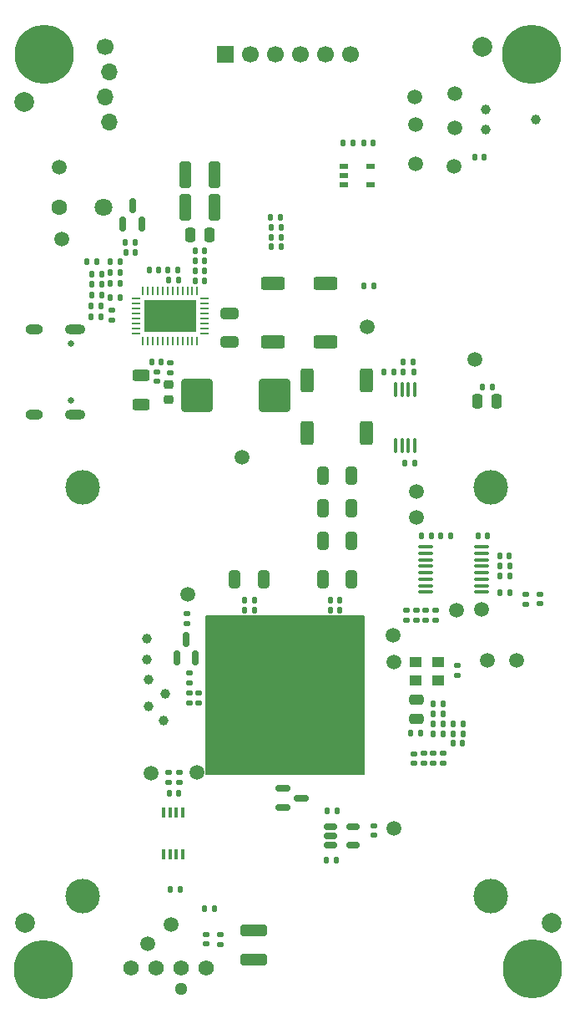
<source format=gbr>
%TF.GenerationSoftware,KiCad,Pcbnew,9.0.2*%
%TF.CreationDate,2025-06-20T12:19:24+03:00*%
%TF.ProjectId,BitshokaNiniV1.1,42697473-686f-46b6-914e-696e6956312e,rev?*%
%TF.SameCoordinates,Original*%
%TF.FileFunction,Soldermask,Top*%
%TF.FilePolarity,Negative*%
%FSLAX46Y46*%
G04 Gerber Fmt 4.6, Leading zero omitted, Abs format (unit mm)*
G04 Created by KiCad (PCBNEW 9.0.2) date 2025-06-20 12:19:24*
%MOMM*%
%LPD*%
G01*
G04 APERTURE LIST*
G04 Aperture macros list*
%AMRoundRect*
0 Rectangle with rounded corners*
0 $1 Rounding radius*
0 $2 $3 $4 $5 $6 $7 $8 $9 X,Y pos of 4 corners*
0 Add a 4 corners polygon primitive as box body*
4,1,4,$2,$3,$4,$5,$6,$7,$8,$9,$2,$3,0*
0 Add four circle primitives for the rounded corners*
1,1,$1+$1,$2,$3*
1,1,$1+$1,$4,$5*
1,1,$1+$1,$6,$7*
1,1,$1+$1,$8,$9*
0 Add four rect primitives between the rounded corners*
20,1,$1+$1,$2,$3,$4,$5,0*
20,1,$1+$1,$4,$5,$6,$7,0*
20,1,$1+$1,$6,$7,$8,$9,0*
20,1,$1+$1,$8,$9,$2,$3,0*%
G04 Aperture macros list end*
%ADD10C,0.150000*%
%ADD11RoundRect,0.250000X-0.325000X-0.650000X0.325000X-0.650000X0.325000X0.650000X-0.325000X0.650000X0*%
%ADD12RoundRect,0.250000X0.325000X0.650000X-0.325000X0.650000X-0.325000X-0.650000X0.325000X-0.650000X0*%
%ADD13RoundRect,0.250000X0.650000X-0.325000X0.650000X0.325000X-0.650000X0.325000X-0.650000X-0.325000X0*%
%ADD14RoundRect,0.195000X-1.005000X0.455000X-1.005000X-0.455000X1.005000X-0.455000X1.005000X0.455000X0*%
%ADD15RoundRect,0.495000X1.155000X1.220000X-1.155000X1.220000X-1.155000X-1.220000X1.155000X-1.220000X0*%
%ADD16C,1.500000*%
%ADD17C,1.000000*%
%ADD18C,2.000000*%
%ADD19C,3.500000*%
%ADD20C,1.800000*%
%ADD21C,1.600000*%
%ADD22C,0.990600*%
%ADD23C,0.650000*%
%ADD24O,2.100000X1.000000*%
%ADD25O,1.800000X1.000000*%
%ADD26C,1.295400*%
%ADD27C,1.574800*%
%ADD28RoundRect,0.062500X0.062500X-0.337500X0.062500X0.337500X-0.062500X0.337500X-0.062500X-0.337500X0*%
%ADD29RoundRect,0.062500X0.337500X-0.062500X0.337500X0.062500X-0.337500X0.062500X-0.337500X-0.062500X0*%
%ADD30C,0.400000*%
%ADD31R,5.300000X3.300000*%
%ADD32RoundRect,0.135000X0.185000X-0.135000X0.185000X0.135000X-0.185000X0.135000X-0.185000X-0.135000X0*%
%ADD33RoundRect,0.135000X0.135000X0.185000X-0.135000X0.185000X-0.135000X-0.185000X0.135000X-0.185000X0*%
%ADD34RoundRect,0.195000X0.455000X1.005000X-0.455000X1.005000X-0.455000X-1.005000X0.455000X-1.005000X0*%
%ADD35RoundRect,0.250000X-1.100000X0.325000X-1.100000X-0.325000X1.100000X-0.325000X1.100000X0.325000X0*%
%ADD36RoundRect,0.140000X-0.140000X-0.170000X0.140000X-0.170000X0.140000X0.170000X-0.140000X0.170000X0*%
%ADD37RoundRect,0.135000X-0.135000X-0.185000X0.135000X-0.185000X0.135000X0.185000X-0.135000X0.185000X0*%
%ADD38RoundRect,0.140000X0.140000X0.170000X-0.140000X0.170000X-0.140000X-0.170000X0.140000X-0.170000X0*%
%ADD39RoundRect,0.135000X-0.185000X0.135000X-0.185000X-0.135000X0.185000X-0.135000X0.185000X0.135000X0*%
%ADD40RoundRect,0.250000X0.625000X-0.312500X0.625000X0.312500X-0.625000X0.312500X-0.625000X-0.312500X0*%
%ADD41RoundRect,0.140000X-0.170000X0.140000X-0.170000X-0.140000X0.170000X-0.140000X0.170000X0.140000X0*%
%ADD42RoundRect,0.250000X-0.250000X-0.475000X0.250000X-0.475000X0.250000X0.475000X-0.250000X0.475000X0*%
%ADD43RoundRect,0.150000X0.150000X-0.587500X0.150000X0.587500X-0.150000X0.587500X-0.150000X-0.587500X0*%
%ADD44RoundRect,0.250000X-0.325000X-1.100000X0.325000X-1.100000X0.325000X1.100000X-0.325000X1.100000X0*%
%ADD45R,1.300000X1.100000*%
%ADD46C,0.800000*%
%ADD47C,6.000000*%
%ADD48RoundRect,0.225000X-0.250000X0.225000X-0.250000X-0.225000X0.250000X-0.225000X0.250000X0.225000X0*%
%ADD49R,0.400000X1.100000*%
%ADD50RoundRect,0.150000X-0.512500X-0.150000X0.512500X-0.150000X0.512500X0.150000X-0.512500X0.150000X0*%
%ADD51RoundRect,0.150000X-0.587500X-0.150000X0.587500X-0.150000X0.587500X0.150000X-0.587500X0.150000X0*%
%ADD52R,1.700000X1.700000*%
%ADD53C,1.700000*%
%ADD54RoundRect,0.100000X-0.637500X-0.100000X0.637500X-0.100000X0.637500X0.100000X-0.637500X0.100000X0*%
%ADD55RoundRect,0.140000X0.170000X-0.140000X0.170000X0.140000X-0.170000X0.140000X-0.170000X-0.140000X0*%
%ADD56RoundRect,0.100000X-0.100000X0.637500X-0.100000X-0.637500X0.100000X-0.637500X0.100000X0.637500X0*%
%ADD57RoundRect,0.250000X0.475000X-0.250000X0.475000X0.250000X-0.475000X0.250000X-0.475000X-0.250000X0*%
%ADD58R,0.952500X0.558800*%
%ADD59O,1.700000X1.700000*%
G04 APERTURE END LIST*
D10*
X97250000Y-108000000D02*
X113250000Y-108000000D01*
X113250000Y-124000000D01*
X97250000Y-124000000D01*
X97250000Y-108000000D01*
G36*
X97250000Y-108000000D02*
G01*
X113250000Y-108000000D01*
X113250000Y-124000000D01*
X97250000Y-124000000D01*
X97250000Y-108000000D01*
G37*
D11*
%TO.C,C35*%
X109050000Y-104300000D03*
X112000000Y-104300000D03*
%TD*%
D12*
%TO.C,C43*%
X103050000Y-104300000D03*
X100100000Y-104300000D03*
%TD*%
D11*
%TO.C,C17*%
X109050000Y-97100000D03*
X112000000Y-97100000D03*
%TD*%
%TO.C,C16*%
X109050000Y-93800000D03*
X112000000Y-93800000D03*
%TD*%
%TO.C,C15*%
X109050000Y-100400000D03*
X112000000Y-100400000D03*
%TD*%
D13*
%TO.C,C14*%
X99600000Y-80250000D03*
X99600000Y-77300000D03*
%TD*%
D14*
%TO.C,C18*%
X104000000Y-80250000D03*
X104000000Y-74250000D03*
%TD*%
D15*
%TO.C,L1*%
X96300000Y-85600000D03*
X104200000Y-85600000D03*
%TD*%
D16*
%TO.C,VIN1*%
X82600000Y-69800000D03*
%TD*%
%TO.C,VDD1*%
X100900000Y-91900000D03*
%TD*%
D17*
%TO.C,TXD2*%
X91200000Y-110300000D03*
%TD*%
D16*
%TO.C,TXD1*%
X116200000Y-109900000D03*
%TD*%
%TO.C,TEMP_P1*%
X96300000Y-123800000D03*
%TD*%
%TO.C,TEMP_N1*%
X91600000Y-123900000D03*
%TD*%
D17*
%TO.C,RXD2*%
X91400000Y-114400000D03*
%TD*%
D16*
%TO.C,RXD1*%
X125800000Y-112500000D03*
%TD*%
%TO.C,RST1*%
X128700000Y-112500000D03*
%TD*%
%TO.C,P_TX1*%
X122400000Y-62400000D03*
%TD*%
%TO.C,P_RX1*%
X122500000Y-58500000D03*
%TD*%
%TO.C,PROG_3V3*%
X118500000Y-58200000D03*
%TD*%
%TO.C,LO1*%
X122600000Y-107400000D03*
%TD*%
%TO.C,HI1*%
X125200000Y-107300000D03*
%TD*%
%TO.C,GND3*%
X118400000Y-55400000D03*
%TD*%
%TO.C,GND2*%
X82300000Y-62500000D03*
%TD*%
%TO.C,GND1*%
X113600000Y-78700000D03*
%TD*%
%TO.C,FANTACH1*%
X93700000Y-139200000D03*
%TD*%
%TO.C,FANPWM1*%
X91300000Y-141200000D03*
%TD*%
%TO.C,ESP_3V3*%
X124500000Y-82000000D03*
%TD*%
%TO.C,EN1*%
X118500000Y-62200000D03*
%TD*%
D17*
%TO.C,DIR_LO1*%
X92900000Y-118600000D03*
%TD*%
%TO.C,DIR_HI1*%
X91400000Y-117100000D03*
%TD*%
%TO.C,CTSI1*%
X91200000Y-112400000D03*
%TD*%
D16*
%TO.C,CLK1*%
X116300000Y-112600000D03*
%TD*%
D17*
%TO.C,0.9V1*%
X93100000Y-115900000D03*
%TD*%
D18*
%TO.C,FID1*%
X78740000Y-55905400D03*
%TD*%
%TO.C,FID2*%
X125272800Y-50292000D03*
%TD*%
%TO.C,FID3*%
X78841600Y-139065000D03*
%TD*%
%TO.C,FID4*%
X132257800Y-139065000D03*
%TD*%
D19*
%TO.C,H5*%
X126060000Y-136360000D03*
%TD*%
%TO.C,H6*%
X84710000Y-94910000D03*
%TD*%
%TO.C,H7*%
X126060000Y-94910000D03*
%TD*%
%TO.C,H8*%
X84710000Y-136360000D03*
%TD*%
D20*
%TO.C,J1*%
X86830000Y-66620000D03*
D21*
X82330000Y-66620000D03*
%TD*%
D22*
%TO.C,J2*%
X130670000Y-57730000D03*
X125590000Y-56714000D03*
X125590000Y-58746000D03*
%TD*%
D23*
%TO.C,J5*%
X83470000Y-86150000D03*
X83470000Y-80370000D03*
D24*
X83970000Y-87580000D03*
D25*
X79790000Y-87580000D03*
D24*
X83970000Y-78940000D03*
D25*
X79790000Y-78940000D03*
%TD*%
D26*
%TO.C,J6*%
X94701000Y-145782001D03*
D27*
X89621000Y-143622000D03*
X92161000Y-143622000D03*
X94701000Y-143622000D03*
X97241000Y-143622000D03*
%TD*%
D28*
%TO.C,U2*%
X90830000Y-80090000D03*
X91330000Y-80090000D03*
X91830000Y-80090000D03*
X92330000Y-80090000D03*
X92830000Y-80090000D03*
X93330000Y-80090000D03*
X93830000Y-80090000D03*
X94330000Y-80090000D03*
X94830000Y-80090000D03*
X95330000Y-80090000D03*
X95830000Y-80090000D03*
X96330000Y-80090000D03*
D29*
X97080000Y-79340000D03*
X97080000Y-78840000D03*
X97080000Y-78340000D03*
X97080000Y-77840000D03*
X97080000Y-77340000D03*
X97080000Y-76840000D03*
X97080000Y-76340000D03*
X97080000Y-75840000D03*
D28*
X96330000Y-75090000D03*
X95830000Y-75090000D03*
X95330000Y-75090000D03*
X94830000Y-75090000D03*
X94330000Y-75090000D03*
X93830000Y-75090000D03*
X93330000Y-75090000D03*
X92830000Y-75090000D03*
X92330000Y-75090000D03*
X91830000Y-75090000D03*
X91330000Y-75090000D03*
X90830000Y-75090000D03*
D29*
X90080000Y-75840000D03*
X90080000Y-76340000D03*
X90080000Y-76840000D03*
X90080000Y-77340000D03*
X90080000Y-77840000D03*
X90080000Y-78340000D03*
X90080000Y-78840000D03*
X90080000Y-79340000D03*
D30*
X92180000Y-78870000D03*
X93580000Y-78870000D03*
X94980000Y-78870000D03*
X91180000Y-77590000D03*
X92180000Y-77590000D03*
X93580000Y-77590000D03*
D31*
X93580000Y-77590000D03*
D30*
X94980000Y-77590000D03*
X95980000Y-77590000D03*
X92180000Y-76310000D03*
X93580000Y-76310000D03*
X94980000Y-76310000D03*
%TD*%
D32*
%TO.C,R77*%
X120536590Y-108408410D03*
X120536590Y-107388410D03*
%TD*%
D33*
%TO.C,R74*%
X118270000Y-83250000D03*
X117250000Y-83250000D03*
%TD*%
D34*
%TO.C,C20*%
X107500000Y-84100000D03*
X113500000Y-84100000D03*
%TD*%
D33*
%TO.C,R21*%
X128036590Y-105638410D03*
X127016590Y-105638410D03*
%TD*%
D35*
%TO.C,C51*%
X102045000Y-139815000D03*
X102045000Y-142765000D03*
%TD*%
D36*
%TO.C,C9*%
X96090000Y-73000000D03*
X97050000Y-73000000D03*
%TD*%
D37*
%TO.C,R80*%
X103800000Y-69600000D03*
X104820000Y-69600000D03*
%TD*%
D33*
%TO.C,R35*%
X110500000Y-127750000D03*
X109480000Y-127750000D03*
%TD*%
D32*
%TO.C,R38*%
X96500000Y-116770000D03*
X96500000Y-115750000D03*
%TD*%
D38*
%TO.C,C40*%
X102100000Y-107400000D03*
X101140000Y-107400000D03*
%TD*%
D39*
%TO.C,R23*%
X94520000Y-123850000D03*
X94520000Y-124870000D03*
%TD*%
D32*
%TO.C,R33*%
X121286590Y-122888410D03*
X121286590Y-121868410D03*
%TD*%
D36*
%TO.C,C39*%
X109840000Y-107400000D03*
X110800000Y-107400000D03*
%TD*%
D40*
%TO.C,R12*%
X90600000Y-86525000D03*
X90600000Y-83600000D03*
%TD*%
D32*
%TO.C,R78*%
X119536590Y-108408410D03*
X119536590Y-107388410D03*
%TD*%
D41*
%TO.C,C13*%
X87630000Y-77010000D03*
X87630000Y-77970000D03*
%TD*%
D33*
%TO.C,R29*%
X121306590Y-117888410D03*
X120286590Y-117888410D03*
%TD*%
D37*
%TO.C,R1*%
X85590000Y-75500000D03*
X86610000Y-75500000D03*
%TD*%
D33*
%TO.C,R11*%
X94390000Y-72930000D03*
X93370000Y-72930000D03*
%TD*%
D42*
%TO.C,C24*%
X124750000Y-86250000D03*
X126650000Y-86250000D03*
%TD*%
D36*
%TO.C,C10*%
X96105636Y-70993183D03*
X97065636Y-70993183D03*
%TD*%
D33*
%TO.C,R31*%
X121286590Y-119888410D03*
X120266590Y-119888410D03*
%TD*%
D37*
%TO.C,R72*%
X115230000Y-83250000D03*
X116250000Y-83250000D03*
%TD*%
%TO.C,R2*%
X85110000Y-72100000D03*
X86130000Y-72100000D03*
%TD*%
D43*
%TO.C,Q4*%
X88800000Y-68250000D03*
X90700000Y-68250000D03*
X89750000Y-66375000D03*
%TD*%
D44*
%TO.C,C4*%
X95125000Y-66550000D03*
X98075000Y-66550000D03*
%TD*%
D36*
%TO.C,C6*%
X96090000Y-74000000D03*
X97050000Y-74000000D03*
%TD*%
D33*
%TO.C,R30*%
X123286590Y-118888410D03*
X122266590Y-118888410D03*
%TD*%
D36*
%TO.C,C25*%
X125290000Y-84750000D03*
X126250000Y-84750000D03*
%TD*%
D45*
%TO.C,U7*%
X120800000Y-112600000D03*
X118500000Y-112600000D03*
X118500000Y-114500000D03*
X120800000Y-114500000D03*
%TD*%
D38*
%TO.C,C27*%
X118960000Y-119800000D03*
X118000000Y-119800000D03*
%TD*%
D46*
%TO.C,H1*%
X127985010Y-51120990D03*
X128644020Y-49530000D03*
X128644020Y-52711980D03*
X130235010Y-48870990D03*
D47*
X130235010Y-51120990D03*
D46*
X130235010Y-53370990D03*
X131826000Y-49530000D03*
X131826000Y-52711980D03*
X132485010Y-51120990D03*
%TD*%
D33*
%TO.C,R7*%
X88520000Y-74320000D03*
X87500000Y-74320000D03*
%TD*%
D41*
%TO.C,C29*%
X122680000Y-113010000D03*
X122680000Y-113970000D03*
%TD*%
D32*
%TO.C,R36*%
X95500000Y-114770000D03*
X95500000Y-113750000D03*
%TD*%
D48*
%TO.C,C12*%
X93400000Y-84500000D03*
X93400000Y-86050000D03*
%TD*%
D37*
%TO.C,R19*%
X127036590Y-103888410D03*
X128056590Y-103888410D03*
%TD*%
D16*
%TO.C,TXD_LO1*%
X118600000Y-95400000D03*
%TD*%
D32*
%TO.C,R25*%
X98640000Y-141260000D03*
X98640000Y-140240000D03*
%TD*%
D41*
%TO.C,C22*%
X131105000Y-105770000D03*
X131105000Y-106730000D03*
%TD*%
D36*
%TO.C,C74*%
X124500000Y-61500000D03*
X125460000Y-61500000D03*
%TD*%
D49*
%TO.C,U10*%
X94870000Y-127840000D03*
X94220000Y-127840000D03*
X93570000Y-127840000D03*
X92920000Y-127840000D03*
X92920000Y-132140000D03*
X93570000Y-132140000D03*
X94220000Y-132140000D03*
X94870000Y-132140000D03*
%TD*%
D36*
%TO.C,C8*%
X89080000Y-71130000D03*
X90040000Y-71130000D03*
%TD*%
D37*
%TO.C,R5*%
X87490000Y-75720000D03*
X88510000Y-75720000D03*
%TD*%
D33*
%TO.C,R6*%
X88510000Y-72100000D03*
X87490000Y-72100000D03*
%TD*%
D37*
%TO.C,R82*%
X103780000Y-67600000D03*
X104800000Y-67600000D03*
%TD*%
D50*
%TO.C,U5*%
X109843500Y-129279000D03*
X109843500Y-130229000D03*
X109843500Y-131179000D03*
X112118500Y-131179000D03*
X112118500Y-129279000D03*
%TD*%
D46*
%TO.C,H3*%
X128052000Y-143728000D03*
X128711010Y-142137010D03*
X128711010Y-145318990D03*
X130302000Y-141478000D03*
D47*
X130302000Y-143728000D03*
D46*
X130302000Y-145978000D03*
X131892990Y-142137010D03*
X131892990Y-145318990D03*
X132552000Y-143728000D03*
%TD*%
D36*
%TO.C,C49*%
X127036590Y-101888410D03*
X127996590Y-101888410D03*
%TD*%
D38*
%TO.C,C73*%
X118364000Y-92456000D03*
X117404000Y-92456000D03*
%TD*%
D51*
%TO.C,Q3*%
X105002600Y-125450000D03*
X105002600Y-127350000D03*
X106877600Y-126400000D03*
%TD*%
D33*
%TO.C,R9*%
X94400000Y-73990000D03*
X93380000Y-73990000D03*
%TD*%
D36*
%TO.C,C38*%
X109840000Y-106400000D03*
X110800000Y-106400000D03*
%TD*%
D38*
%TO.C,C23*%
X114200000Y-60030000D03*
X113240000Y-60030000D03*
%TD*%
D14*
%TO.C,C19*%
X109300000Y-80250000D03*
X109300000Y-74250000D03*
%TD*%
D37*
%TO.C,R4*%
X85590000Y-73360000D03*
X86610000Y-73360000D03*
%TD*%
D32*
%TO.C,R17*%
X118536590Y-108408410D03*
X118536590Y-107388410D03*
%TD*%
D36*
%TO.C,C7*%
X96110000Y-72000000D03*
X97070000Y-72000000D03*
%TD*%
D52*
%TO.C,J4*%
X99171505Y-51054000D03*
D53*
X101711505Y-51054000D03*
X104251505Y-51054000D03*
X106791505Y-51054000D03*
X109331505Y-51054000D03*
X111871505Y-51054000D03*
%TD*%
D46*
%TO.C,H4*%
X78455010Y-143830990D03*
X79114020Y-142240000D03*
X79114020Y-145421980D03*
X80705010Y-141580990D03*
D47*
X80705010Y-143830990D03*
D46*
X80705010Y-146080990D03*
X82296000Y-142240000D03*
X82296000Y-145421980D03*
X82955010Y-143830990D03*
%TD*%
D33*
%TO.C,R13*%
X86600000Y-77640000D03*
X85580000Y-77640000D03*
%TD*%
D41*
%TO.C,C53*%
X97200000Y-140250000D03*
X97200000Y-141210000D03*
%TD*%
D33*
%TO.C,R27*%
X121306590Y-116888410D03*
X120286590Y-116888410D03*
%TD*%
D16*
%TO.C,RST_LO1*%
X118600000Y-98000000D03*
%TD*%
D37*
%TO.C,R73*%
X117230000Y-82250000D03*
X118250000Y-82250000D03*
%TD*%
D38*
%TO.C,C28*%
X123246590Y-120888410D03*
X122286590Y-120888410D03*
%TD*%
D54*
%TO.C,U9*%
X119464090Y-100993410D03*
X119464090Y-101643410D03*
X119464090Y-102293410D03*
X119464090Y-102943410D03*
X119464090Y-103593410D03*
X119464090Y-104243410D03*
X119464090Y-104893410D03*
X119464090Y-105543410D03*
X125189090Y-105543410D03*
X125189090Y-104893410D03*
X125189090Y-104243410D03*
X125189090Y-103593410D03*
X125189090Y-102943410D03*
X125189090Y-102293410D03*
X125189090Y-101643410D03*
X125189090Y-100993410D03*
%TD*%
D33*
%TO.C,R18*%
X104820000Y-70600000D03*
X103800000Y-70600000D03*
%TD*%
D32*
%TO.C,R34*%
X119286590Y-122888410D03*
X119286590Y-121868410D03*
%TD*%
D33*
%TO.C,R28*%
X121286590Y-118888410D03*
X120266590Y-118888410D03*
%TD*%
D32*
%TO.C,R37*%
X95250000Y-108770000D03*
X95250000Y-107750000D03*
%TD*%
D37*
%TO.C,R24*%
X93560000Y-135710000D03*
X94580000Y-135710000D03*
%TD*%
%TO.C,R76*%
X121037721Y-99888127D03*
X122057721Y-99888127D03*
%TD*%
D38*
%TO.C,C5*%
X92399253Y-72919077D03*
X91439253Y-72919077D03*
%TD*%
D55*
%TO.C,C34*%
X95500000Y-116750000D03*
X95500000Y-115790000D03*
%TD*%
D32*
%TO.C,R22*%
X93380000Y-124870000D03*
X93380000Y-123850000D03*
%TD*%
D37*
%TO.C,R32*%
X122286590Y-119888410D03*
X123306590Y-119888410D03*
%TD*%
D36*
%TO.C,C26*%
X109440000Y-132739000D03*
X110400000Y-132739000D03*
%TD*%
D56*
%TO.C,U23*%
X118400000Y-85000000D03*
X117750000Y-85000000D03*
X117100000Y-85000000D03*
X116450000Y-85000000D03*
X116450000Y-90725000D03*
X117100000Y-90725000D03*
X117750000Y-90725000D03*
X118400000Y-90725000D03*
%TD*%
D36*
%TO.C,C47*%
X124826590Y-99888410D03*
X125786590Y-99888410D03*
%TD*%
D57*
%TO.C,C33*%
X118536590Y-118388410D03*
X118536590Y-116488410D03*
%TD*%
D46*
%TO.C,H2*%
X78558000Y-51054000D03*
X79217010Y-49463010D03*
X79217010Y-52644990D03*
X80808000Y-48804000D03*
D47*
X80808000Y-51054000D03*
D46*
X80808000Y-53304000D03*
X82398990Y-49463010D03*
X82398990Y-52644990D03*
X83058000Y-51054000D03*
%TD*%
D38*
%TO.C,C37*%
X102100000Y-106400000D03*
X101140000Y-106400000D03*
%TD*%
%TO.C,C1*%
X92650000Y-82220000D03*
X91690000Y-82220000D03*
%TD*%
D37*
%TO.C,R26*%
X127036590Y-102888410D03*
X128056590Y-102888410D03*
%TD*%
D39*
%TO.C,R79*%
X117536590Y-107388410D03*
X117536590Y-108408410D03*
%TD*%
D16*
%TO.C,RST_DET1*%
X95400000Y-105800000D03*
%TD*%
D43*
%TO.C,Q1*%
X94250000Y-112250000D03*
X96150000Y-112250000D03*
X95200000Y-110375000D03*
%TD*%
D37*
%TO.C,R15*%
X113230000Y-74500000D03*
X114250000Y-74500000D03*
%TD*%
D34*
%TO.C,C72*%
X107500000Y-89400000D03*
X113500000Y-89400000D03*
%TD*%
D44*
%TO.C,C3*%
X95125000Y-63300000D03*
X98075000Y-63300000D03*
%TD*%
D37*
%TO.C,R3*%
X85590000Y-74330000D03*
X86610000Y-74330000D03*
%TD*%
D38*
%TO.C,C50*%
X94440000Y-125940000D03*
X93480000Y-125940000D03*
%TD*%
D33*
%TO.C,R10*%
X88520000Y-73170000D03*
X87500000Y-73170000D03*
%TD*%
D55*
%TO.C,C32*%
X118286590Y-122888410D03*
X118286590Y-121928410D03*
%TD*%
D33*
%TO.C,R75*%
X120056590Y-99888410D03*
X119036590Y-99888410D03*
%TD*%
D37*
%TO.C,R81*%
X103800000Y-68600000D03*
X104820000Y-68600000D03*
%TD*%
D32*
%TO.C,R20*%
X93600000Y-83320000D03*
X93600000Y-82300000D03*
%TD*%
%TO.C,R16*%
X129675000Y-106770000D03*
X129675000Y-105750000D03*
%TD*%
D38*
%TO.C,C52*%
X98040000Y-137640000D03*
X97080000Y-137640000D03*
%TD*%
D41*
%TO.C,C11*%
X92200000Y-83240000D03*
X92200000Y-84200000D03*
%TD*%
D36*
%TO.C,C21*%
X111140000Y-60030000D03*
X112100000Y-60030000D03*
%TD*%
D37*
%TO.C,R14*%
X85580000Y-76570000D03*
X86600000Y-76570000D03*
%TD*%
D41*
%TO.C,C30*%
X114240000Y-129200000D03*
X114240000Y-130160000D03*
%TD*%
D16*
%TO.C,1V8*%
X116300000Y-129500000D03*
%TD*%
D42*
%TO.C,C2*%
X95650000Y-69350000D03*
X97550000Y-69350000D03*
%TD*%
D58*
%TO.C,U3*%
X111185050Y-62440200D03*
X111185050Y-63380000D03*
X111185050Y-64319800D03*
X113940950Y-64319800D03*
X113940950Y-62440200D03*
%TD*%
D41*
%TO.C,C31*%
X120286590Y-121888410D03*
X120286590Y-122848410D03*
%TD*%
D53*
%TO.C,J3*%
X87005000Y-50292000D03*
D59*
X87405000Y-52832000D03*
X87005000Y-55372000D03*
X87405000Y-57912000D03*
%TD*%
D30*
%TO.C,U8*%
X108510562Y-112846000D03*
X108510562Y-113426000D03*
X107110562Y-115268511D03*
X107110562Y-117221000D03*
X106360562Y-114546000D03*
X106360562Y-115274627D03*
X106360562Y-116246000D03*
X106360562Y-117221000D03*
X106360562Y-117946000D03*
X105960562Y-112846000D03*
X105960562Y-113426000D03*
X105260562Y-112846000D03*
X105260562Y-113426000D03*
X104860562Y-114546000D03*
X104860562Y-115274627D03*
X104860562Y-116246000D03*
X104860562Y-117221000D03*
X104860562Y-117946000D03*
X104110562Y-115274627D03*
X104110562Y-117221000D03*
X102710562Y-112846000D03*
X102710562Y-113426000D03*
X108560562Y-116546000D03*
X108560562Y-119266000D03*
X108560562Y-120346000D03*
X105610562Y-119266000D03*
X105610562Y-120346000D03*
X102660562Y-116546000D03*
X102660562Y-119266000D03*
X102660562Y-120346000D03*
%TD*%
D16*
%TO.C,IO0*%
X122500000Y-55100000D03*
%TD*%
D37*
%TO.C,R8*%
X89050000Y-70100000D03*
X90070000Y-70100000D03*
%TD*%
M02*

</source>
